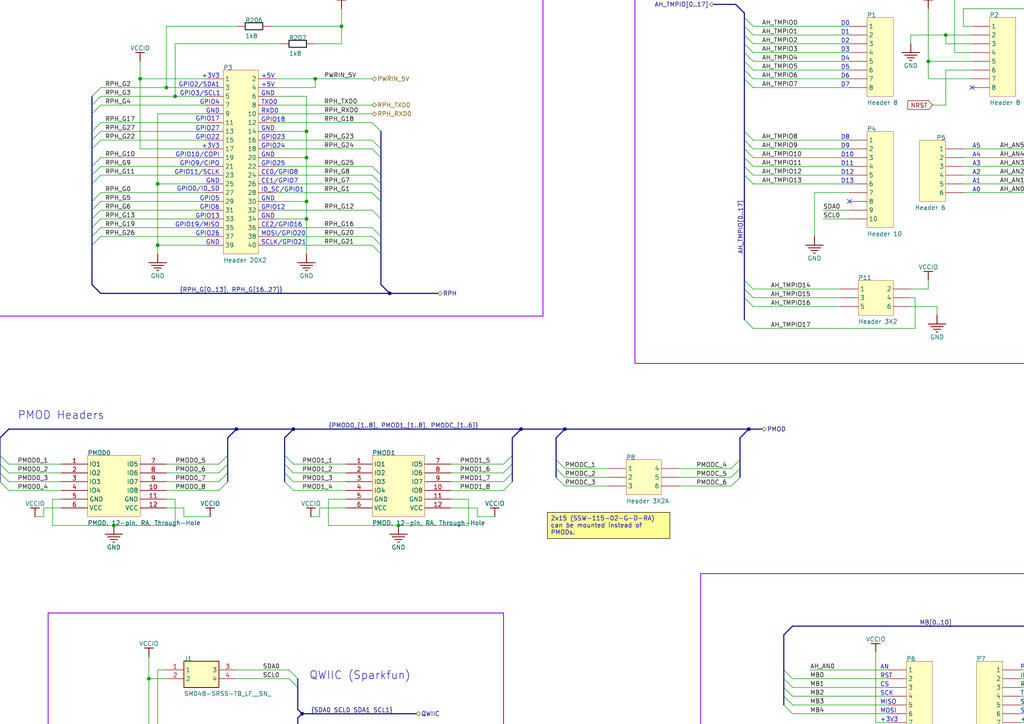
<source format=kicad_sch>
(kicad_sch (version 20231120) (generator "eeschema") (generator_version "8.0")
  (paper "A4")
  (title_block (title "<Enter Sheet Title>"))
  (junction (at 45.72 53.34))
  (junction (at 40.64 22.86))
  (junction (at 45.72 71.12))
  (junction (at 269.24 17.78))
  (junction (at 45.72 217.17))
  (junction (at 113.03 85.09))
  (junction (at 274.32 10.16))
  (junction (at 302.26 2.54))
  (junction (at 88.9 58.42))
  (junction (at 217.17 124.46))
  (junction (at 151.13 124.46))
  (junction (at 341.63 196.85))
  (junction (at 163.83 124.46))
  (junction (at 115.57 152.4))
  (junction (at 99.06 7.62))
  (junction (at 88.9 45.72))
  (junction (at 328.93 181.61))
  (junction (at 91.44 22.86))
  (junction (at 87.63 207.01))
  (junction (at 85.09 124.46))
  (junction (at 48.26 25.4))
  (junction (at 43.18 196.85))
  (junction (at 68.58 124.46))
  (junction (at 50.8 27.94))
  (junction (at 88.9 38.1))
  (junction (at 33.02 152.4))
  (junction (at 88.9 63.5))
  (no_connect (at 281.94 25.4))
  (no_connect (at 246.38 58.42))
  (bus_entry (at 215.9 5.08) (size 2.54 2.54))
  (bus_entry (at 472.44 207.01) (size 2.54 -2.54))
  (bus_entry (at 212.09 138.43) (size 2.54 -2.54))
  (bus_entry (at 29.21 58.42) (size -2.54 2.54))
  (bus_entry (at 107.95 50.8) (size 2.54 2.54))
  (bus_entry (at 107.95 68.58) (size 2.54 2.54))
  (bus_entry (at 297.18 48.26) (size 2.54 -2.54))
  (bus_entry (at 323.85 194.31) (size 2.54 -2.54))
  (bus_entry (at 297.18 50.8) (size 2.54 -2.54))
  (bus_entry (at 472.44 199.39) (size 2.54 -2.54))
  (bus_entry (at 215.9 45.72) (size 2.54 2.54))
  (bus_entry (at 63.5 134.62) (size 2.54 -2.54))
  (bus_entry (at 416.56 196.85) (size 2.54 2.54))
  (bus_entry (at 83.82 194.31) (size 2.54 2.54))
  (bus_entry (at 212.09 135.89) (size 2.54 -2.54))
  (bus_entry (at 146.05 139.7) (size 2.54 -2.54))
  (bus_entry (at 416.56 199.39) (size 2.54 2.54))
  (bus_entry (at 215.9 48.26) (size 2.54 2.54))
  (bus_entry (at 29.21 38.1) (size -2.54 2.54))
  (bus_entry (at 227.33 199.39) (size 2.54 2.54))
  (bus_entry (at 107.95 60.96) (size 2.54 2.54))
  (bus_entry (at 472.44 201.93) (size 2.54 -2.54))
  (bus_entry (at 215.9 92.71) (size 2.54 2.54))
  (bus_entry (at 215.9 17.78) (size 2.54 2.54))
  (bus_entry (at 107.95 55.88) (size 2.54 2.54))
  (bus_entry (at 297.18 53.34) (size 2.54 -2.54))
  (bus_entry (at 215.9 43.18) (size 2.54 2.54))
  (bus_entry (at 163.83 138.43) (size -2.54 -2.54))
  (bus_entry (at 297.18 55.88) (size 2.54 -2.54))
  (bus_entry (at 85.09 134.62) (size -2.54 -2.54))
  (bus_entry (at 416.56 204.47) (size 2.54 2.54))
  (bus_entry (at 107.95 40.64) (size 2.54 2.54))
  (bus_entry (at 215.9 12.7) (size 2.54 2.54))
  (bus_entry (at 323.85 196.85) (size 2.54 -2.54))
  (bus_entry (at 2.54 134.62) (size -2.54 -2.54))
  (bus_entry (at 215.9 50.8) (size 2.54 2.54))
  (bus_entry (at 163.83 135.89) (size -2.54 -2.54))
  (bus_entry (at 107.95 48.26) (size 2.54 2.54))
  (bus_entry (at 29.21 30.48) (size -2.54 2.54))
  (bus_entry (at 107.95 35.56) (size 2.54 2.54))
  (bus_entry (at 83.82 217.17) (size 2.54 -2.54))
  (bus_entry (at 29.21 66.04) (size -2.54 2.54))
  (bus_entry (at 85.09 142.24) (size -2.54 -2.54))
  (bus_entry (at 29.21 68.58) (size -2.54 2.54))
  (bus_entry (at 107.95 71.12) (size 2.54 2.54))
  (bus_entry (at 29.21 27.94) (size -2.54 2.54))
  (bus_entry (at 29.21 63.5) (size -2.54 2.54))
  (bus_entry (at 107.95 53.34) (size 2.54 2.54))
  (bus_entry (at 215.9 10.16) (size 2.54 2.54))
  (bus_entry (at 227.33 201.93) (size 2.54 2.54))
  (bus_entry (at 63.5 142.24) (size 2.54 -2.54))
  (bus_entry (at 85.09 137.16) (size -2.54 -2.54))
  (bus_entry (at 63.5 137.16) (size 2.54 -2.54))
  (bus_entry (at 215.9 15.24) (size 2.54 2.54))
  (bus_entry (at 215.9 83.82) (size 2.54 2.54))
  (bus_entry (at 63.5 139.7) (size 2.54 -2.54))
  (bus_entry (at 472.44 204.47) (size 2.54 -2.54))
  (bus_entry (at 215.9 22.86) (size 2.54 2.54))
  (bus_entry (at 29.21 35.56) (size -2.54 2.54))
  (bus_entry (at 107.95 66.04) (size 2.54 2.54))
  (bus_entry (at 85.09 139.7) (size -2.54 -2.54))
  (bus_entry (at 416.56 201.93) (size 2.54 2.54))
  (bus_entry (at 29.21 40.64) (size -2.54 2.54))
  (bus_entry (at 2.54 139.7) (size -2.54 -2.54))
  (bus_entry (at 227.33 196.85) (size 2.54 2.54))
  (bus_entry (at 215.9 38.1) (size 2.54 2.54))
  (bus_entry (at 2.54 142.24) (size -2.54 -2.54))
  (bus_entry (at 29.21 60.96) (size -2.54 2.54))
  (bus_entry (at 163.83 140.97) (size -2.54 -2.54))
  (bus_entry (at 29.21 50.8) (size -2.54 2.54))
  (bus_entry (at 146.05 142.24) (size 2.54 -2.54))
  (bus_entry (at 146.05 137.16) (size 2.54 -2.54))
  (bus_entry (at 29.21 48.26) (size -2.54 2.54))
  (bus_entry (at 215.9 86.36) (size 2.54 2.54))
  (bus_entry (at 146.05 134.62) (size 2.54 -2.54))
  (bus_entry (at 29.21 55.88) (size -2.54 2.54))
  (bus_entry (at 107.95 43.18) (size 2.54 2.54))
  (bus_entry (at 215.9 40.64) (size 2.54 2.54))
  (bus_entry (at 297.18 43.18) (size 2.54 -2.54))
  (bus_entry (at 29.21 25.4) (size -2.54 2.54))
  (bus_entry (at 212.09 140.97) (size 2.54 -2.54))
  (bus_entry (at 323.85 199.39) (size 2.54 -2.54))
  (bus_entry (at 297.18 45.72) (size 2.54 -2.54))
  (bus_entry (at 323.85 201.93) (size 2.54 -2.54))
  (bus_entry (at 227.33 194.31) (size 2.54 2.54))
  (bus_entry (at 83.82 196.85) (size 2.54 2.54))
  (bus_entry (at 83.82 219.71) (size 2.54 -2.54))
  (bus_entry (at 215.9 7.62) (size 2.54 2.54))
  (bus_entry (at 2.54 137.16) (size -2.54 -2.54))
  (bus_entry (at 227.33 204.47) (size 2.54 2.54))
  (bus_entry (at 215.9 81.28) (size 2.54 2.54))
  (bus_entry (at 29.21 45.72) (size -2.54 2.54))
  (bus_entry (at 215.9 20.32) (size 2.54 2.54))
  (wire (pts (xy 29.21 58.42) (xy 59.69 58.42)))
  (wire (pts (xy 337.82 2.54) (xy 332.74 2.54)))
  (bus (pts (xy 110.49 82.55) (xy 113.03 85.09)))
  (bus (pts (xy 26.67 71.12) (xy 26.67 82.55)))
  (wire (pts (xy 17.78 134.62) (xy 2.54 134.62)))
  (bus (pts (xy 215.9 81.28) (xy 215.9 83.82)))
  (wire (pts (xy 246.38 10.16) (xy 218.44 10.16)))
  (wire (pts (xy 257.81 201.93) (xy 229.87 201.93)))
  (wire (pts (xy 29.21 48.26) (xy 59.69 48.26)))
  (wire (pts (xy 246.38 45.72) (xy 218.44 45.72)))
  (wire (pts (xy 48.26 139.7) (xy 63.5 139.7)))
  (bus (pts (xy 302.26 34.29) (xy 318.77 34.29)))
  (wire (pts (xy 264.16 86.36) (xy 265.43 86.36)))
  (bus (pts (xy 215.9 22.86) (xy 215.9 38.1)))
  (wire (pts (xy 17.78 142.24) (xy 2.54 142.24)))
  (wire (pts (xy 17.78 147.32) (xy 12.7 147.32)))
  (wire (pts (xy 434.34 207.01) (xy 419.1 207.01)))
  (wire (pts (xy 78.74 7.62) (xy 99.06 7.62)))
  (bus (pts (xy 215.9 40.64) (xy 215.9 43.18)))
  (bus (pts (xy 326.39 196.85) (xy 326.39 194.31)))
  (bus (pts (xy 86.36 205.74) (xy 87.63 207.01)))
  (wire (pts (xy 45.72 33.02) (xy 59.69 33.02)))
  (wire (pts (xy 279.4 43.18) (xy 297.18 43.18)))
  (wire (pts (xy 257.81 199.39) (xy 229.87 199.39)))
  (bus (pts (xy 26.67 40.64) (xy 26.67 43.18)))
  (wire (pts (xy 254 209.55) (xy 254 189.23)))
  (bus (pts (xy 148.59 134.62) (xy 148.59 132.08)))
  (wire (pts (xy 234.95 194.31) (xy 257.81 194.31)))
  (wire (pts (xy 331.47 217.17) (xy 336.55 217.17)))
  (wire (pts (xy 115.57 152.4) (xy 135.89 152.4)))
  (bus (pts (xy 213.36 1.27) (xy 215.9 3.81)))
  (bus (pts (xy 110.49 43.18) (xy 110.49 45.72)))
  (bus (pts (xy 86.36 196.85) (xy 86.36 199.39)))
  (wire (pts (xy 43.18 196.85) (xy 48.26 196.85)))
  (bus (pts (xy 148.59 139.7) (xy 148.59 137.16)))
  (wire (pts (xy 196.85 140.97) (xy 212.09 140.97)))
  (wire (pts (xy 12.7 147.32) (xy 12.7 149.86)))
  (wire (pts (xy 336.55 201.93) (xy 336.55 196.85)))
  (wire (pts (xy 257.81 209.55) (xy 254 209.55)))
  (bus (pts (xy 26.67 48.26) (xy 26.67 50.8)))
  (wire (pts (xy 99.06 7.62) (xy 99.06 2.54)))
  (bus (pts (xy 110.49 68.58) (xy 110.49 71.12)))
  (bus (pts (xy 161.29 133.35) (xy 161.29 127)))
  (wire (pts (xy 29.21 30.48) (xy 59.69 30.48)))
  (wire (pts (xy 243.84 86.36) (xy 218.44 86.36)))
  (wire (pts (xy 80.01 55.88) (xy 107.95 55.88)))
  (wire (pts (xy 264.16 83.82) (xy 269.24 83.82)))
  (wire (pts (xy 40.64 22.86) (xy 40.64 17.78)))
  (wire (pts (xy 281.94 15.24) (xy 276.86 15.24)))
  (wire (pts (xy 45.72 217.17) (xy 45.72 222.25)))
  (bus (pts (xy 110.49 38.1) (xy 110.49 43.18)))
  (wire (pts (xy 50.8 144.78) (xy 48.26 144.78)))
  (bus (pts (xy 26.67 68.58) (xy 26.67 71.12)))
  (bus (pts (xy 26.67 82.55) (xy 29.21 85.09)))
  (wire (pts (xy 454.66 199.39) (xy 472.44 199.39)))
  (bus (pts (xy 66.04 137.16) (xy 66.04 134.62)))
  (wire (pts (xy 279.4 48.26) (xy 297.18 48.26)))
  (bus (pts (xy 66.04 139.7) (xy 66.04 137.16)))
  (bus (pts (xy 326.39 184.15) (xy 328.93 181.61)))
  (bus (pts (xy 86.36 208.28) (xy 87.63 207.01)))
  (wire (pts (xy 80.01 68.58) (xy 107.95 68.58)))
  (wire (pts (xy 29.21 60.96) (xy 59.69 60.96)))
  (wire (pts (xy 269.24 83.82) (xy 269.24 81.28)))
  (wire (pts (xy 80.01 35.56) (xy 107.95 35.56)))
  (bus (pts (xy 214.63 133.35) (xy 214.63 127)))
  (wire (pts (xy 29.21 40.64) (xy 59.69 40.64)))
  (bus (pts (xy 215.9 86.36) (xy 215.9 92.71)))
  (wire (pts (xy 271.78 88.9) (xy 271.78 91.44)))
  (wire (pts (xy 276.86 15.24) (xy 276.86 -2.54)))
  (bus (pts (xy 26.67 38.1) (xy 26.67 40.64)))
  (wire (pts (xy 246.38 7.62) (xy 218.44 7.62)))
  (bus (pts (xy 474.98 201.93) (xy 474.98 199.39)))
  (bus (pts (xy 148.59 132.08) (xy 148.59 127)))
  (bus (pts (xy 0 139.7) (xy 0 137.16)))
  (wire (pts (xy 100.33 142.24) (xy 85.09 142.24)))
  (wire (pts (xy 29.21 68.58) (xy 59.69 68.58)))
  (wire (pts (xy 95.25 144.78) (xy 100.33 144.78)))
  (bus (pts (xy 110.49 45.72) (xy 110.49 50.8)))
  (wire (pts (xy 279.4 2.54) (xy 302.26 2.54)))
  (wire (pts (xy 243.84 88.9) (xy 218.44 88.9)))
  (wire (pts (xy 303.53 212.09) (xy 303.53 214.63)))
  (bus (pts (xy 0 132.08) (xy 0 127)))
  (wire (pts (xy 295.91 196.85) (xy 323.85 196.85)))
  (wire (pts (xy 68.58 194.31) (xy 83.82 194.31)))
  (wire (pts (xy 50.8 27.94) (xy 59.69 27.94)))
  (bus (pts (xy 110.49 55.88) (xy 110.49 58.42)))
  (wire (pts (xy 196.85 138.43) (xy 212.09 138.43)))
  (bus (pts (xy 26.67 58.42) (xy 26.67 60.96)))
  (bus (pts (xy 110.49 71.12) (xy 110.49 73.66)))
  (bus (pts (xy 214.63 138.43) (xy 214.63 135.89)))
  (wire (pts (xy 295.91 207.01) (xy 328.93 207.01)))
  (wire (pts (xy 48.26 142.24) (xy 63.5 142.24)))
  (wire (pts (xy 88.9 45.72) (xy 88.9 58.42)))
  (wire (pts (xy 45.72 33.02) (xy 45.72 53.34)))
  (wire (pts (xy 295.91 212.09) (xy 303.53 212.09)))
  (wire (pts (xy 279.4 55.88) (xy 297.18 55.88)))
  (bus (pts (xy 87.63 207.01) (xy 120.65 207.01)))
  (wire (pts (xy 176.53 138.43) (xy 163.83 138.43)))
  (wire (pts (xy 295.91 209.55) (xy 323.85 209.55)))
  (wire (pts (xy 48.26 194.31) (xy 45.72 194.31)))
  (wire (pts (xy 12.7 149.86) (xy 10.16 149.86)))
  (bus (pts (xy 227.33 199.39) (xy 227.33 196.85)))
  (bus (pts (xy 378.46 191.77) (xy 414.02 191.77)))
  (wire (pts (xy 279.4 45.72) (xy 297.18 45.72)))
  (wire (pts (xy 281.94 7.62) (xy 279.4 7.62)))
  (bus (pts (xy 215.9 38.1) (xy 215.9 40.64)))
  (bus (pts (xy 477.52 191.77) (xy 516.89 191.77)))
  (wire (pts (xy 100.33 137.16) (xy 85.09 137.16)))
  (wire (pts (xy 331.47 204.47) (xy 331.47 217.17)))
  (bus (pts (xy 161.29 127) (xy 163.83 124.46)))
  (wire (pts (xy 88.9 63.5) (xy 88.9 73.66)))
  (wire (pts (xy 130.81 134.62) (xy 146.05 134.62)))
  (wire (pts (xy 246.38 43.18) (xy 218.44 43.18)))
  (wire (pts (xy 274.32 12.7) (xy 274.32 10.16)))
  (bus (pts (xy 215.9 5.08) (xy 215.9 7.62)))
  (wire (pts (xy 99.06 12.7) (xy 99.06 7.62)))
  (wire (pts (xy 246.38 40.64) (xy 218.44 40.64)))
  (bus (pts (xy 66.04 134.62) (xy 66.04 132.08)))
  (wire (pts (xy 332.74 2.54) (xy 332.74 -2.54)))
  (wire (pts (xy 17.78 137.16) (xy 2.54 137.16)))
  (bus (pts (xy 215.9 50.8) (xy 215.9 81.28)))
  (wire (pts (xy 40.64 43.18) (xy 59.69 43.18)))
  (wire (pts (xy 130.81 147.32) (xy 138.43 147.32)))
  (bus (pts (xy 215.9 45.72) (xy 215.9 48.26)))
  (wire (pts (xy 454.66 204.47) (xy 472.44 204.47)))
  (wire (pts (xy 53.34 149.86) (xy 60.96 149.86)))
  (bus (pts (xy 227.33 196.85) (xy 227.33 194.31)))
  (wire (pts (xy 332.74 7.62) (xy 332.74 10.16)))
  (bus (pts (xy 148.59 137.16) (xy 148.59 134.62)))
  (wire (pts (xy 17.78 144.78) (xy 15.24 144.78)))
  (wire (pts (xy 91.44 12.7) (xy 99.06 12.7)))
  (wire (pts (xy 236.22 55.88) (xy 236.22 68.58)))
  (wire (pts (xy 68.58 217.17) (xy 83.82 217.17)))
  (wire (pts (xy 80.01 63.5) (xy 88.9 63.5)))
  (wire (pts (xy 135.89 144.78) (xy 130.81 144.78)))
  (bus (pts (xy 0 127) (xy 2.54 124.46)))
  (wire (pts (xy 48.26 7.62) (xy 48.26 25.4)))
  (wire (pts (xy 269.24 17.78) (xy 269.24 2.54)))
  (wire (pts (xy 274.32 30.48) (xy 270.51 30.48)))
  (wire (pts (xy 15.24 144.78) (xy 15.24 152.4)))
  (bus (pts (xy 110.49 50.8) (xy 110.49 53.34)))
  (wire (pts (xy 138.43 147.32) (xy 138.43 149.86)))
  (wire (pts (xy 279.4 50.8) (xy 297.18 50.8)))
  (bus (pts (xy 26.67 33.02) (xy 26.67 38.1)))
  (bus (pts (xy 148.59 127) (xy 151.13 124.46)))
  (bus (pts (xy 82.55 134.62) (xy 82.55 137.16)))
  (wire (pts (xy 88.9 58.42) (xy 88.9 63.5)))
  (bus (pts (xy 416.56 199.39) (xy 416.56 196.85)))
  (bus (pts (xy 26.67 30.48) (xy 26.67 33.02)))
  (wire (pts (xy 346.71 196.85) (xy 346.71 201.93)))
  (wire (pts (xy 279.4 7.62) (xy 279.4 2.54)))
  (wire (pts (xy 59.69 71.12) (xy 45.72 71.12)))
  (wire (pts (xy 80.01 30.48) (xy 107.95 30.48)))
  (wire (pts (xy 269.24 22.86) (xy 269.24 17.78)))
  (bus (pts (xy 215.9 48.26) (xy 215.9 50.8)))
  (bus (pts (xy 215.9 43.18) (xy 215.9 45.72)))
  (bus (pts (xy 86.36 214.63) (xy 86.36 208.28)))
  (wire (pts (xy 274.32 20.32) (xy 274.32 30.48)))
  (wire (pts (xy 29.21 66.04) (xy 59.69 66.04)))
  (wire (pts (xy 246.38 53.34) (xy 218.44 53.34)))
  (wire (pts (xy 40.64 22.86) (xy 40.64 43.18)))
  (bus (pts (xy 86.36 199.39) (xy 86.36 205.74)))
  (wire (pts (xy 336.55 196.85) (xy 341.63 196.85)))
  (bus (pts (xy 299.72 40.64) (xy 299.72 36.83)))
  (bus (pts (xy 110.49 58.42) (xy 110.49 63.5)))
  (bus (pts (xy 26.67 43.18) (xy 26.67 48.26)))
  (bus (pts (xy 82.55 127) (xy 82.55 132.08)))
  (wire (pts (xy 92.71 147.32) (xy 92.71 149.86)))
  (wire (pts (xy 246.38 48.26) (xy 218.44 48.26)))
  (wire (pts (xy 48.26 134.62) (xy 63.5 134.62)))
  (wire (pts (xy 332.74 10.16) (xy 302.26 10.16)))
  (wire (pts (xy 115.57 152.4) (xy 95.25 152.4)))
  (wire (pts (xy 246.38 25.4) (xy 218.44 25.4)))
  (wire (pts (xy 53.34 147.32) (xy 53.34 149.86)))
  (wire (pts (xy 138.43 149.86) (xy 143.51 149.86)))
  (wire (pts (xy 274.32 10.16) (xy 264.16 10.16)))
  (wire (pts (xy 29.21 50.8) (xy 59.69 50.8)))
  (wire (pts (xy 29.21 38.1) (xy 59.69 38.1)))
  (wire (pts (xy 246.38 20.32) (xy 218.44 20.32)))
  (bus (pts (xy 82.55 127) (xy 85.09 124.46)))
  (bus (pts (xy 163.83 124.46) (xy 217.17 124.46)))
  (wire (pts (xy 246.38 17.78) (xy 218.44 17.78)))
  (wire (pts (xy 80.01 40.64) (xy 107.95 40.64)))
  (bus (pts (xy 26.67 27.94) (xy 26.67 30.48)))
  (bus (pts (xy 66.04 127) (xy 68.58 124.46)))
  (wire (pts (xy 68.58 196.85) (xy 83.82 196.85)))
  (bus (pts (xy 227.33 184.15) (xy 229.87 181.61)))
  (wire (pts (xy 80.01 50.8) (xy 107.95 50.8)))
  (wire (pts (xy 257.81 204.47) (xy 229.87 204.47)))
  (wire (pts (xy 100.33 134.62) (xy 85.09 134.62)))
  (wire (pts (xy 254 212.09) (xy 254 217.17)))
  (wire (pts (xy 246.38 12.7) (xy 218.44 12.7)))
  (wire (pts (xy 80.01 71.12) (xy 107.95 71.12)))
  (bus (pts (xy 29.21 85.09) (xy 113.03 85.09)))
  (wire (pts (xy 80.01 60.96) (xy 107.95 60.96)))
  (wire (pts (xy 434.34 199.39) (xy 419.1 199.39)))
  (wire (pts (xy 135.89 152.4) (xy 135.89 144.78)))
  (wire (pts (xy 327.66 -2.54) (xy 327.66 5.08)))
  (bus (pts (xy 474.98 196.85) (xy 474.98 194.31)))
  (wire (pts (xy 281.94 12.7) (xy 274.32 12.7)))
  (wire (pts (xy 48.26 137.16) (xy 63.5 137.16)))
  (wire (pts (xy 45.72 53.34) (xy 45.72 71.12)))
  (bus (pts (xy 299.72 50.8) (xy 299.72 48.26)))
  (bus (pts (xy 299.72 53.34) (xy 299.72 50.8)))
  (wire (pts (xy 265.43 86.36) (xy 265.43 95.25)))
  (bus (pts (xy 161.29 138.43) (xy 161.29 135.89)))
  (wire (pts (xy 295.91 199.39) (xy 323.85 199.39)))
  (bus (pts (xy 215.9 7.62) (xy 215.9 10.16)))
  (bus (pts (xy 110.49 63.5) (xy 110.49 68.58)))
  (bus (pts (xy 110.49 73.66) (xy 110.49 82.55)))
  (wire (pts (xy 218.44 95.25) (xy 265.43 95.25)))
  (bus (pts (xy 26.67 66.04) (xy 26.67 68.58)))
  (bus (pts (xy 0 137.16) (xy 0 134.62)))
  (wire (pts (xy 281.94 10.16) (xy 274.32 10.16)))
  (wire (pts (xy 48.26 7.62) (xy 68.58 7.62)))
  (wire (pts (xy 130.81 142.24) (xy 146.05 142.24)))
  (wire (pts (xy 80.01 25.4) (xy 91.44 25.4)))
  (wire (pts (xy 45.72 71.12) (xy 45.72 73.66)))
  (wire (pts (xy 257.81 207.01) (xy 229.87 207.01)))
  (bus (pts (xy 326.39 191.77) (xy 326.39 184.15)))
  (wire (pts (xy 80.01 43.18) (xy 107.95 43.18)))
  (wire (pts (xy 48.26 25.4) (xy 59.69 25.4)))
  (bus (pts (xy 416.56 196.85) (xy 416.56 194.31)))
  (wire (pts (xy 295.91 204.47) (xy 331.47 204.47)))
  (bus (pts (xy 227.33 184.15) (xy 227.33 194.31)))
  (bus (pts (xy 326.39 199.39) (xy 326.39 196.85)))
  (wire (pts (xy 92.71 149.86) (xy 90.17 149.86)))
  (bus (pts (xy 207.01 1.27) (xy 213.36 1.27)))
  (wire (pts (xy 29.21 27.94) (xy 50.8 27.94)))
  (bus (pts (xy 215.9 15.24) (xy 215.9 17.78)))
  (wire (pts (xy 434.34 204.47) (xy 419.1 204.47)))
  (bus (pts (xy 416.56 194.31) (xy 414.02 191.77)))
  (bus (pts (xy 299.72 45.72) (xy 299.72 43.18)))
  (bus (pts (xy 217.17 124.46) (xy 220.98 124.46)))
  (wire (pts (xy 341.63 196.85) (xy 346.71 196.85)))
  (wire (pts (xy 29.21 63.5) (xy 59.69 63.5)))
  (wire (pts (xy 50.8 12.7) (xy 50.8 27.94)))
  (wire (pts (xy 59.69 53.34) (xy 45.72 53.34)))
  (wire (pts (xy 281.94 20.32) (xy 274.32 20.32)))
  (bus (pts (xy 161.29 135.89) (xy 161.29 133.35)))
  (wire (pts (xy 48.26 219.71) (xy 43.18 219.71)))
  (wire (pts (xy 15.24 152.4) (xy 33.02 152.4)))
  (wire (pts (xy 80.01 53.34) (xy 107.95 53.34)))
  (bus (pts (xy 229.87 181.61) (xy 328.93 181.61)))
  (bus (pts (xy 215.9 83.82) (xy 215.9 86.36)))
  (bus (pts (xy 82.55 132.08) (xy 82.55 134.62)))
  (wire (pts (xy 327.66 5.08) (xy 337.82 5.08)))
  (wire (pts (xy 434.34 201.93) (xy 419.1 201.93)))
  (wire (pts (xy 176.53 140.97) (xy 163.83 140.97)))
  (wire (pts (xy 80.01 58.42) (xy 88.9 58.42)))
  (bus (pts (xy 26.67 60.96) (xy 26.67 63.5)))
  (bus (pts (xy 151.13 124.46) (xy 163.83 124.46)))
  (wire (pts (xy 29.21 35.56) (xy 59.69 35.56)))
  (bus (pts (xy 215.9 17.78) (xy 215.9 20.32)))
  (wire (pts (xy 246.38 50.8) (xy 218.44 50.8)))
  (bus (pts (xy 0 134.62) (xy 0 132.08)))
  (wire (pts (xy 196.85 135.89) (xy 212.09 135.89)))
  (wire (pts (xy 454.66 207.01) (xy 472.44 207.01)))
  (wire (pts (xy 43.18 196.85) (xy 43.18 219.71)))
  (wire (pts (xy 295.91 201.93) (xy 323.85 201.93)))
  (wire (pts (xy 246.38 55.88) (xy 236.22 55.88)))
  (wire (pts (xy 80.01 66.04) (xy 107.95 66.04)))
  (wire (pts (xy 88.9 27.94) (xy 88.9 38.1)))
  (wire (pts (xy 264.16 10.16) (xy 264.16 12.7)))
  (wire (pts (xy 80.01 48.26) (xy 107.95 48.26)))
  (wire (pts (xy 346.71 219.71) (xy 346.71 212.09)))
  (wire (pts (xy 130.81 139.7) (xy 146.05 139.7)))
  (wire (pts (xy 281.94 22.86) (xy 269.24 22.86)))
  (wire (pts (xy 336.55 217.17) (xy 336.55 212.09)))
  (bus (pts (xy 299.72 36.83) (xy 302.26 34.29)))
  (bus (pts (xy 66.04 132.08) (xy 66.04 127)))
  (wire (pts (xy 246.38 15.24) (xy 218.44 15.24)))
  (wire (pts (xy 100.33 147.32) (xy 92.71 147.32)))
  (bus (pts (xy 215.9 20.32) (xy 215.9 22.86)))
  (wire (pts (xy 302.26 10.16) (xy 302.26 2.54)))
  (wire (pts (xy 257.81 212.09) (xy 254 212.09)))
  (bus (pts (xy 2.54 124.46) (xy 68.58 124.46)))
  (wire (pts (xy 80.01 22.86) (xy 91.44 22.86)))
  (wire (pts (xy 48.26 217.17) (xy 45.72 217.17)))
  (bus (pts (xy 299.72 43.18) (xy 299.72 40.64)))
  (bus (pts (xy 214.63 135.89) (xy 214.63 133.35)))
  (wire (pts (xy 328.93 219.71) (xy 346.71 219.71)))
  (wire (pts (xy 281.94 17.78) (xy 269.24 17.78)))
  (wire (pts (xy 337.82 7.62) (xy 332.74 7.62)))
  (wire (pts (xy 50.8 152.4) (xy 50.8 144.78)))
  (wire (pts (xy 176.53 135.89) (xy 163.83 135.89)))
  (bus (pts (xy 26.67 50.8) (xy 26.67 53.34)))
  (bus (pts (xy 474.98 194.31) (xy 477.52 191.77)))
  (wire (pts (xy 328.93 207.01) (xy 328.93 219.71)))
  (wire (pts (xy 246.38 22.86) (xy 218.44 22.86)))
  (wire (pts (xy 100.33 139.7) (xy 85.09 139.7)))
  (wire (pts (xy 302.26 2.54) (xy 311.15 2.54)))
  (wire (pts (xy 29.21 25.4) (xy 48.26 25.4)))
  (bus (pts (xy 326.39 194.31) (xy 326.39 191.77)))
  (wire (pts (xy 68.58 219.71) (xy 83.82 219.71)))
  (wire (pts (xy 80.01 33.02) (xy 107.95 33.02)))
  (bus (pts (xy 86.36 217.17) (xy 86.36 214.63)))
  (wire (pts (xy 454.66 201.93) (xy 472.44 201.93)))
  (wire (pts (xy 33.02 152.4) (xy 50.8 152.4)))
  (bus (pts (xy 82.55 137.16) (xy 82.55 139.7)))
  (bus (pts (xy 416.56 201.93) (xy 416.56 199.39)))
  (wire (pts (xy 238.76 60.96) (xy 246.38 60.96)))
  (bus (pts (xy 474.98 199.39) (xy 474.98 196.85)))
  (wire (pts (xy 50.8 12.7) (xy 81.28 12.7)))
  (bus (pts (xy 215.9 10.16) (xy 215.9 12.7)))
  (wire (pts (xy 88.9 38.1) (xy 88.9 45.72)))
  (wire (pts (xy 279.4 53.34) (xy 297.18 53.34)))
  (bus (pts (xy 474.98 204.47) (xy 474.98 201.93)))
  (bus (pts (xy 328.93 181.61) (xy 335.28 181.61)))
  (bus (pts (xy 214.63 127) (xy 217.17 124.46)))
  (wire (pts (xy 257.81 196.85) (xy 229.87 196.85)))
  (bus (pts (xy 110.49 53.34) (xy 110.49 55.88)))
  (bus (pts (xy 227.33 201.93) (xy 227.33 199.39)))
  (wire (pts (xy 29.21 45.72) (xy 59.69 45.72)))
  (bus (pts (xy 215.9 12.7) (xy 215.9 15.24)))
  (wire (pts (xy 91.44 22.86) (xy 107.95 22.86)))
  (bus (pts (xy 26.67 63.5) (xy 26.67 66.04)))
  (wire (pts (xy 43.18 190.5) (xy 43.18 196.85)))
  (wire (pts (xy 238.76 63.5) (xy 246.38 63.5)))
  (wire (pts (xy 48.26 147.32) (xy 53.34 147.32)))
  (wire (pts (xy 295.91 194.31) (xy 323.85 194.31)))
  (wire (pts (xy 29.21 55.88) (xy 59.69 55.88)))
  (wire (pts (xy 264.16 88.9) (xy 271.78 88.9)))
  (wire (pts (xy 45.72 194.31) (xy 45.72 217.17)))
  (wire (pts (xy 276.86 -2.54) (xy 327.66 -2.54)))
  (bus (pts (xy 227.33 204.47) (xy 227.33 201.93)))
  (wire (pts (xy 40.64 22.86) (xy 59.69 22.86)))
  (bus (pts (xy 26.67 53.34) (xy 26.67 58.42)))
  (wire (pts (xy 17.78 139.7) (xy 2.54 139.7)))
  (bus (pts (xy 68.58 124.46) (xy 85.09 124.46)))
  (bus (pts (xy 215.9 3.81) (xy 215.9 5.08)))
  (bus (pts (xy 113.03 85.09) (xy 127 85.09)))
  (wire (pts (xy 80.01 45.72) (xy 88.9 45.72)))
  (bus (pts (xy 85.09 124.46) (xy 151.13 124.46)))
  (wire (pts (xy 243.84 83.82) (xy 218.44 83.82)))
  (bus (pts (xy 416.56 204.47) (xy 416.56 201.93)))
  (wire (pts (xy 91.44 22.86) (xy 91.44 25.4)))
  (wire (pts (xy 130.81 137.16) (xy 146.05 137.16)))
  (bus (pts (xy 299.72 48.26) (xy 299.72 45.72)))
  (wire (pts (xy 80.01 27.94) (xy 88.9 27.94)))
  (wire (pts (xy 95.25 152.4) (xy 95.25 144.78)))
  (wire (pts (xy 80.01 38.1) (xy 88.9 38.1)))
  (rectangle (start -31.75 -4.826) (end 157.48 91.694) (stroke (width 0.254) (color 153 0 255 1)))
  (rectangle (start 13.97 177.8) (end 146.05 240.03) (stroke (width 0.254) (color 153 0 255 1)))
  (rectangle (start 203.2 166.37) (end 379.73 236.22) (stroke (width 0.254) (color 153 0 255 1)))
  (rectangle (start 184.15 -9.906) (end 371.348 105.41) (stroke (width 0.254) (color 153 0 255 1)))
  (text_box "Jumpers serial to FTDI, or use to breakout extra serial." (at 417.83 214.63 0) (size 55.88 7.62) (stroke (width 0) (color 0 0 0 1)) (fill (type color) (color 255 255 150 1)) (effects (font (size 1.27 1.27)) (justify left top)))
  (text_box "2x15 (SSW-115-02-G-D-RA) can be mounted instead of PMODs." (at 158.75 148.59 0) (size 35.56 7.62) (stroke (width 0) (color 0 0 0 1)) (fill (type color) (color 255 255 150 1)) (effects (font (size 1.27 1.27)) (justify left top)))
  (text_box "Some shields use +5V as I/O power instead of VIO. By default board puts 3.3V on 5V. User must change jumper if shield needs 5V, but still gives 3.3V I/O voltage (some do)." (at 366.268 12.954 0) (size -63.5 10.16) (stroke (width 0) (color 0 0 0 1)) (fill (type color) (color 255 255 150 1)) (effects (font (size 1.27 1.27)) (justify left top)))
  (text "GPIO4" (at 63.754 30.48 0) (effects (font (size 1.27 1.27)) (justify right bottom)))
  (text "+3V3" (at 63.754 22.86 0) (effects (font (size 1.27 1.27)) (justify right bottom)))
  (text "A5" (at 284.48 43.18 0) (effects (font (size 1.27 1.27)) (justify right bottom)))
  (text "TX" (at 295.91 201.93 0) (effects (font (size 1.27 1.27)) (justify left bottom)))
  (text "GPIO26" (at 63.754 68.58 0) (effects (font (size 1.27 1.27)) (justify right bottom)))
  (text "SDA" (at 295.91 207.01 0) (effects (font (size 1.27 1.27)) (justify left bottom)))
  (text "TXD0" (at 75.692 30.48 0) (effects (font (size 1.27 1.27)) (justify left bottom)))
  (text "D2" (at 243.84 12.7 0) (effects (font (size 1.27 1.27)) (justify left bottom)))
  (text "RST" (at 255.27 196.85 0) (effects (font (size 1.27 1.27)) (justify left bottom)))
  (text "+3V3" (at 255.27 209.55 0) (effects (font (size 1.27 1.27)) (justify left bottom)))
  (text "GPIO5" (at 63.754 58.42 0) (effects (font (size 1.27 1.27)) (justify right bottom)))
  (text "GND" (at 75.692 27.94 0) (effects (font (size 1.27 1.27)) (justify left bottom)))
  (text "GPIO9/CIPO" (at 63.754 48.26 0) (effects (font (size 1.27 1.27)) (justify right bottom)))
  (text "SCL" (at 295.91 204.47 0) (effects (font (size 1.27 1.27)) (justify left bottom)))
  (text "GND" (at 75.692 45.72 0) (effects (font (size 1.27 1.27)) (justify left bottom)))
  (text "SCK" (at 255.27 201.93 0) (effects (font (size 1.27 1.27)) (justify left bottom)))
  (text "A3" (at 284.48 48.26 0) (effects (font (size 1.27 1.27)) (justify right bottom)))
  (text "D5" (at 243.84 20.32 0) (effects (font (size 1.27 1.27)) (justify left bottom)))
  (text "PMOD Headers" (at 5.08 121.92 0) (effects (font (size 2.286 2.286)) (justify left bottom)))
  (text "GND" (at 75.692 38.1 0) (effects (font (size 1.27 1.27)) (justify left bottom)))
  (text "QWIIC (Sparkfun)" (at 89.662 197.358 0) (effects (font (size 2.286 2.286)) (justify left bottom)))
  (text "D6" (at 243.84 22.86 0) (effects (font (size 1.27 1.27)) (justify left bottom)))
  (text "GPIO10/COPI" (at 63.754 45.72 0) (effects (font (size 1.27 1.27)) (justify right bottom)))
  (text "GPIO25" (at 75.692 48.26 0) (effects (font (size 1.27 1.27)) (justify left bottom)))
  (text "R-Pi Headers" (at 25.4 0 0) (effects (font (size 2.286 2.286)) (justify left bottom)))
  (text "GPIO2/SDA1" (at 63.754 25.4 0) (effects (font (size 1.27 1.27)) (justify right bottom)))
  (text "CE2/GPIO16" (at 75.692 66.04 0) (effects (font (size 1.27 1.27)) (justify left bottom)))
  (text "GPIO3/SCL1" (at 64.008 27.94 0) (effects (font (size 1.27 1.27)) (justify right bottom)))
  (text "D1" (at 243.84 10.16 0) (effects (font (size 1.27 1.27)) (justify left bottom)))
  (text "GPIO18" (at 75.692 35.56 0) (effects (font (size 1.27 1.27)) (justify left bottom)))
  (text "PWM" (at 295.91 194.31 0) (effects (font (size 1.27 1.27)) (justify left bottom)))
  (text "A1" (at 284.48 53.34 0) (effects (font (size 1.27 1.27)) (justify right bottom)))
  (text "mikroBUS Click" (at 212.09 229.87 0) (effects (font (size 2.286 2.286)) (justify left bottom)))
  (text "A2" (at 284.48 50.8 0) (effects (font (size 1.27 1.27)) (justify right bottom)))
  (text "GPIO19/MISO" (at 63.754 66.04 0) (effects (font (size 1.27 1.27)) (justify right bottom)))
  (text "RXD0" (at 75.692 33.02 0) (effects (font (size 1.27 1.27)) (justify left bottom)))
  (text "MISO" (at 255.27 204.47 0) (effects (font (size 1.27 1.27)) (justify left bottom)))
  (text "GPIO6" (at 63.754 60.96 0) (effects (font (size 1.27 1.27)) (justify right bottom)))
  (text "GND" (at 255.27 212.09 0) (effects (font (size 1.27 1.27)) (justify left bottom)))
  (text "GPIO13" (at 63.754 63.5 0) (effects (font (size 1.27 1.27)) (justify right bottom)))
  (text "INT" (at 295.91 196.85 0) (effects (font (size 1.27 1.27)) (justify left bottom)))
  (text "CS" (at 255.27 199.39 0) (effects (font (size 1.27 1.27)) (justify left bottom)))
  (text "D10" (at 243.84 45.72 0) (effects (font (size 1.27 1.27)) (justify left bottom)))
  (text "AN" (at 255.27 194.31 0) (effects (font (size 1.27 1.27)) (justify left bottom)))
  (text "D9" (at 243.84 43.18 0) (effects (font (size 1.27 1.27)) (justify left bottom)))
  (text "GPIO23" (at 75.692 40.64 0) (effects (font (size 1.27 1.27)) (justify left bottom)))
  (text "D0" (at 243.84 7.62 0) (effects (font (size 1.27 1.27)) (justify left bottom)))
  (text "GPIO12" (at 75.692 60.96 0) (effects (font (size 1.27 1.27)) (justify left bottom)))
  (text "CE0/GPIO8" (at 75.692 50.8 0) (effects (font (size 1.27 1.27)) (justify left bottom)))
  (text "Arduino Headers (3.3V I/O only!)" (at 218.44 -5.08 0) (effects (font (size 2.286 2.286)) (justify left bottom)))
  (text "+3V3" (at 63.754 43.18 0) (effects (font (size 1.27 1.27)) (justify right bottom)))
  (text "D12" (at 243.84 50.8 0) (effects (font (size 1.27 1.27)) (justify left bottom)))
  (text "GND" (at 75.692 58.42 0) (effects (font (size 1.27 1.27)) (justify left bottom)))
  (text "D4" (at 243.84 17.78 0) (effects (font (size 1.27 1.27)) (justify left bottom)))
  (text "CE1/GPIO7" (at 75.692 53.34 0) (effects (font (size 1.27 1.27)) (justify left bottom)))
  (text "A0" (at 284.48 55.88 0) (effects (font (size 1.27 1.27)) (justify right bottom)))
  (text "+5V" (at 75.692 22.86 0) (effects (font (size 1.27 1.27)) (justify left bottom)))
  (text "D13" (at 243.84 53.34 0) (effects (font (size 1.27 1.27)) (justify left bottom)))
  (text "RX" (at 295.91 199.39 0) (effects (font (size 1.27 1.27)) (justify left bottom)))
  (text "GND" (at 63.754 71.12 0) (effects (font (size 1.27 1.27)) (justify right bottom)))
  (text "+5V" (at 75.692 25.4 0) (effects (font (size 1.27 1.27)) (justify left bottom)))
  (text "GND" (at 63.754 53.34 0) (effects (font (size 1.27 1.27)) (justify right bottom)))
  (text "GPIO17" (at 63.754 35.306 0) (effects (font (size 1.27 1.27)) (justify right bottom)))
  (text "A4" (at 284.48 45.72 0) (effects (font (size 1.27 1.27)) (justify right bottom)))
  (text "SCLK/GPIO21" (at 75.692 71.12 0) (effects (font (size 1.27 1.27)) (justify left bottom)))
  (text "GPIO24" (at 75.692 43.18 0) (effects (font (size 1.27 1.27)) (justify left bottom)))
  (text "GND" (at 295.91 212.09 0) (effects (font (size 1.27 1.27)) (justify left bottom)))
  (text "GPIO0/ID_SD" (at 63.754 55.626 0) (effects (font (size 1.27 1.27)) (justify right bottom)))
  (text "GND" (at 75.692 63.5 0) (effects (font (size 1.27 1.27)) (justify left bottom)))
  (text "MOSI" (at 255.27 207.01 0) (effects (font (size 1.27 1.27)) (justify left bottom)))
  (text "D7" (at 243.84 25.4 0) (effects (font (size 1.27 1.27)) (justify left bottom)))
  (text "ID_SC/GPIO1" (at 75.692 55.88 0) (effects (font (size 1.27 1.27)) (justify left bottom)))
  (text "D11" (at 243.84 48.26 0) (effects (font (size 1.27 1.27)) (justify left bottom)))
  (text "+5V" (at 295.91 209.55 0) (effects (font (size 1.27 1.27)) (justify left bottom)))
  (text "GPIO11/SCLK" (at 63.754 50.8 0) (effects (font (size 1.27 1.27)) (justify right bottom)))
  (text "MOSI/GPIO20" (at 75.692 68.58 0) (effects (font (size 1.27 1.27)) (justify left bottom)))
  (text "D8" (at 243.84 40.64 0) (effects (font (size 1.27 1.27)) (justify left bottom)))
  (text "GND" (at 63.754 33.02 0) (effects (font (size 1.27 1.27)) (justify right bottom)))
  (text "GPIO22" (at 63.754 40.64 0) (effects (font (size 1.27 1.27)) (justify right bottom)))
  (text "GPIO27" (at 63.754 38.1 0) (effects (font (size 1.27 1.27)) (justify right bottom)))
  (text "D3" (at 243.84 15.24 0) (effects (font (size 1.27 1.27)) (justify left bottom)))
  (label "RPH_G5" (at 30.48 58.42 0))
  (label "PMODC_4" (at 201.93 135.89 0))
  (label "PMOD0_8" (at 50.8 142.24 0))
  (label "MB2" (at 234.95 201.93 0))
  (label "RPH_G11" (at 30.48 50.8 0))
  (label "RPH_G22" (at 30.48 40.64 0))
  (label "SER1_TX" (at 459.74 207.01 0))
  (label "AH_TMPIO10" (at 220.98 45.72 0))
  (label "PMOD1_5" (at 133.35 134.62 0))
  (label "PMOD1_7" (at 133.35 139.7 0))
  (label "AH_TMPIO[0..17]" (at 215.9 73.66 90))
  (label "RPH_G21" (at 93.98 71.12 0))
  (label "AH_TMPIO12" (at 220.98 50.8 0))
  (label "SDA0" (at 238.76 60.96 0))
  (label "AH_AN5" (at 297.18 43.18 180))
  (label "SDA1" (at 76.2 217.17 0))
  (label "AH_TMPIO6" (at 220.98 22.86 0))
  (label "AH_AN1" (at 297.18 53.34 180))
  (label "AH_AN2" (at 297.18 50.8 180))
  (label "AH_TMPIO15" (at 223.52 86.36 0))
  (label "PMOD0_1" (at 5.08 134.62 0))
  (label "PMODC_1" (at 163.83 135.89 0))
  (label "SER0_TX" (at 459.74 201.93 0))
  (label "RPH_G20" (at 93.98 68.58 0))
  (label "RPH_G19" (at 30.48 66.04 0))
  (label "RPH_G12" (at 93.98 60.96 0))
  (label "PMOD0_3" (at 5.08 139.7 0))
  (label "AH_TMPIO11" (at 220.98 48.26 0))
  (label "MB6" (at 306.07 204.47 0))
  (label "RPH_G26" (at 30.48 68.58 0))
  (label "MB4" (at 234.95 207.01 0))
  (label "PMOD1_2" (at 87.63 137.16 0))
  (label "{SER0_RX SER0_TX SER1_RX SER1_TX}" (at 478.79 191.77 0))
  (label "PMOD0_5" (at 50.8 134.62 0))
  (label "MB0" (at 234.95 196.85 0))
  (label "CHD_RXD" (at 421.64 207.01 0))
  (label "PMOD0_4" (at 5.08 142.24 0))
  (label "AH_TMPIO13" (at 220.98 53.34 0))
  (label "AH_TMPIO4" (at 220.98 17.78 0))
  (label "RPH_G8" (at 93.98 50.8 0))
  (label "MB8" (at 306.07 199.39 0))
  (label "PWRIN_5V" (at 311.15 10.16 0))
  (label "{CHC_TXD CHC_RXD CHD_TXD CHD_RXD}" (at 379.73 191.77 0))
  (label "RPH_G13" (at 30.48 63.5 0))
  (label "AH_TMPIO17" (at 223.52 95.25 0))
  (label "MB10" (at 306.07 194.31 0))
  (label "PMODC_6" (at 201.93 140.97 0))
  (label "RPH_G6" (at 30.48 60.96 0))
  (label "SCL1" (at 76.2 219.71 0))
  (label "MB1" (at 234.95 199.39 0))
  (label "CHC_TXD" (at 421.64 199.39 0))
  (label "AH_AN3" (at 297.18 48.26 180))
  (label "AH_TMPIO7" (at 220.98 25.4 0))
  (label "PWRIN_5V" (at 93.98 22.86 0))
  (label "RPH_G7" (at 93.98 53.34 0))
  (label "PMODC_5" (at 201.93 138.43 0))
  (label "{PMOD0_[1..8], PMOD1_[1..8], PMODC_[1..6]}" (at 95.25 124.46 0))
  (label "AH_TMPIO9" (at 220.98 43.18 0))
  (label "AH_TMPIO3" (at 220.98 15.24 0))
  (label "RPH_G24" (at 93.98 43.18 0))
  (label "SDA0" (at 76.2 194.31 0))
  (label "AH_AN[0..5]" (at 304.8 34.29 0))
  (label "AH_AN0" (at 234.95 194.31 0))
  (label "RPH_G10" (at 30.48 45.72 0))
  (label "PMOD0_7" (at 50.8 139.7 0))
  (label "PMODC_2" (at 163.83 138.43 0))
  (label "RPH_G17" (at 30.48 35.56 0))
  (label "RPH_G2" (at 30.48 25.4 0))
  (label "SCL0" (at 76.2 196.85 0))
  (label "MB5" (at 306.07 207.01 0))
  (label "SER0_RX" (at 459.74 199.39 0))
  (label "AH_TMPIO8" (at 220.98 40.64 0))
  (label "RPH_G27" (at 30.48 38.1 0))
  (label "RPH_G16" (at 93.98 66.04 0))
  (label "SCL0" (at 238.76 63.5 0))
  (label "RPH_G18" (at 93.98 35.56 0))
  (label "RPH_RXD0" (at 93.98 33.02 0))
  (label "RPH_G9" (at 30.48 48.26 0))
  (label "AH_AN0" (at 297.18 55.88 180))
  (label "PWRIN_5V" (at 306.07 209.55 0))
  (label "MB9" (at 306.07 196.85 0))
  (label "PMOD1_3" (at 87.63 139.7 0))
  (label "AH_TMPIO1" (at 220.98 10.16 0))
  (label "PMOD0_2" (at 5.08 137.16 0))
  (label "RPH_G25" (at 93.98 48.26 0))
  (label "CHD_TXD" (at 421.64 204.47 0))
  (label "AH_TMPIO0" (at 220.98 7.62 0))
  (label "PMOD1_6" (at 133.35 137.16 0))
  (label "MB[0..10]" (at 266.7 181.61 0))
  (label "{SDA0 SCL0 SDA1 SCL1}" (at 90.17 207.01 0))
  (label "RPH_G1" (at 93.98 55.88 0))
  (label "{RPH_G[0..13], RPH_G[16..27]}" (at 52.07 85.09 0))
  (label "RPH_TXD0" (at 93.98 30.48 0))
  (label "PMOD1_4" (at 87.63 142.24 0))
  (label "PMOD1_8" (at 133.35 142.24 0))
  (label "MB7" (at 306.07 201.93 0))
  (label "MB3" (at 234.95 204.47 0))
  (label "PMODC_3" (at 163.83 140.97 0))
  (label "PMOD0_6" (at 50.8 137.16 0))
  (label "RPH_G23" (at 93.98 40.64 0))
  (label "PMOD1_1" (at 87.63 134.62 0))
  (label "AH_TMPIO2" (at 220.98 12.7 0))
  (label "RPH_G3" (at 30.48 27.94 0))
  (label "AH_TMPIO14" (at 223.52 83.82 0))
  (label "RPH_G4" (at 30.48 30.48 0))
  (label "SER1_RX" (at 459.74 204.47 0))
  (label "AH_TMPIO16" (at 223.52 88.9 0))
  (label "CHC_RXD" (at 421.64 201.93 0))
  (label "RPH_G0" (at 30.48 55.88 0))
  (label "AH_TMPIO5" (at 220.98 20.32 0))
  (label "AH_AN4" (at 297.18 45.72 180))
  (global_label "NRST" (shape input) (at 270.51 30.48 180) (property "Intersheetrefs" "${INTERSHEET_REFS}" (effects (hide yes))))
  (hierarchical_label "PWRIN_5V" (shape bidirectional) (at 311.15 2.54 0))
  (hierarchical_label "PMOD" (shape bidirectional) (at 220.98 124.46 0))
  (hierarchical_label "RPH" (shape bidirectional) (at 127 85.09 0))
  (hierarchical_label "AH_AN" (shape bidirectional) (at 318.77 34.29 0))
  (hierarchical_label "mikroBUS" (shape bidirectional) (at 335.28 181.61 0))
  (hierarchical_label "SER_ETC" (shape bidirectional) (at 516.89 191.77 0))
  (hierarchical_label "QWIIC" (shape bidirectional) (at 120.65 207.01 0))
  (hierarchical_label "PWRIN_5V" (shape bidirectional) (at 107.95 22.86 0))
  (hierarchical_label "CH_ETC" (shape bidirectional) (at 378.46 191.77 180))
  (hierarchical_label "AH_TMPIO[0..17]" (shape bidirectional) (at 207.01 1.27 180))
  (hierarchical_label "RPH_RXD0" (shape bidirectional) (at 107.95 33.02 0))
  (hierarchical_label "RPH_TXD0" (shape bidirectional) (at 107.95 30.48 0))
  (symbol (lib_id "SONATA-ONE-symbols:VCCIO_BAR") (at 269.24 81.28 180) (unit 1)
    (property "Reference" "#PWR035" (effects (hide yes)))
    (property "Value" "VCCIO" (at 269.24 77.47 0))
    (property "Description" "Power symbol creates a global label with name 'VCCIO'" (effects (hide yes)))
  )
  (symbol (lib_id "SONATA-ONE-symbols:VCCIO_BAR") (at 60.96 149.86 180) (unit 1)
    (property "Reference" "#PWR040" (effects (hide yes)))
    (property "Value" "VCCIO" (at 60.96 146.05 0))
    (property "Description" "Power symbol creates a global label with name 'VCCIO'" (effects (hide yes)))
  )
  (symbol (lib_id "SONATA-ONE-symbols:VCCIO_BAR") (at 90.17 149.86 180) (unit 1)
    (property "Reference" "#PWR041" (effects (hide yes)))
    (property "Value" "VCCIO" (at 90.17 146.05 0))
    (property "Description" "Power symbol creates a global label with name 'VCCIO'" (effects (hide yes)))
  )
  (symbol (lib_id "SONATA-ONE-symbols:root_0_SJ_3S_12JMP") (at 342.9 2.54 0) (unit 1)
    (property "Reference" "SJ1" (at 342.392 1.778 0) (effects (justify left bottom)))
    (property "Value" "NC" (at 342.392 10.922 0) (effects (justify left bottom)))
    (property "Footprint" "SONATA-ONE-LIBRARY:SJ_3S_NC12" (effects (hide yes)))
    (property "Description" "Solder Jumper, NC" (effects (hide yes)))
  )
  (symbol (lib_id "SONATA-ONE-symbols:root_0_Header 3X2") (at 248.92 81.28 0) (unit 1)
    (property "Reference" "P11" (at 248.92 81.28 0) (effects (justify left bottom)))
    (property "Value" "Header 3X2" (at 248.92 93.98 0) (effects (justify left bottom)))
    (property "Footprint" "SONATA-ONE-LIBRARY:HDR2X3_XG8T-0641" (effects (hide yes)))
    (property "Description" "Header, 3-Pin, Dual row" (effects (hide yes)))
  )
  (symbol (lib_id "SONATA-ONE-symbols:root_0_SM04B-SRSS-TB_LF__SN_") (at 48.26 194.31 0) (unit 1)
    (property "Reference" "J1" (at 53.34 191.77 0) (effects (justify left bottom)))
    (property "Value" "SM04B-SRSS-TB_LF__SN_" (at 53.34 201.93 0) (effects (justify left bottom)))
    (property "Footprint" "SONATA-ONE-LIBRARY:SM04B-SRSS-TB(LFSN)" (effects (hide yes)))
    (property "Description" "Connector" (effects (hide yes)))
  )
  (symbol (lib_id "SONATA-ONE-symbols:root_0_Header 6") (at 274.32 40.64 0) (mirror y) (unit 1)
    (property "Reference" "P5" (at 274.32 40.64 0) (effects (justify left bottom)))
    (property "Value" "Header 6" (at 274.32 60.96 0) (effects (justify left bottom)))
    (property "Footprint" "SONATA-ONE-LIBRARY:HDR1X6_SLW-106-01-T-S" (effects (hide yes)))
    (property "Description" "Header, 6-Pin" (effects (hide yes)))
  )
  (symbol (lib_id "SONATA-ONE-symbols:root_0_SM04B-SRSS-TB_LF__SN_") (at 48.26 217.17 0) (unit 1)
    (property "Reference" "J7" (at 53.34 214.63 0) (effects (justify left bottom)))
    (property "Value" "SM04B-SRSS-TB_LF__SN_" (at 53.34 224.79 0) (effects (justify left bottom)))
    (property "Footprint" "SONATA-ONE-LIBRARY:SM04B-SRSS-TB(LFSN)" (effects (hide yes)))
    (property "Description" "Connector" (effects (hide yes)))
  )
  (symbol (lib_id "SONATA-ONE-symbols:root_0_Header 8") (at 262.89 191.77 0) (unit 1)
    (property "Reference" "P6" (at 262.89 191.77 0) (effects (justify left bottom)))
    (property "Value" "Header 8" (at 262.89 217.17 0) (effects (justify left bottom)))
    (property "Footprint" "SONATA-ONE-LIBRARY:HDR1X8_SLW-108-01-T-S" (effects (hide yes)))
    (property "Description" "Header, 8-Pin" (effects (hide yes)))
  )
  (symbol (lib_id "SONATA-ONE-symbols:GND_POWER_GROUND") (at 45.72 73.66 0) (unit 1)
    (property "Reference" "#PWR029" (effects (hide yes)))
    (property "Value" "GND" (at 45.72 80.01 0))
    (property "Description" "Power symbol creates a global label with name 'GND'" (effects (hide yes)))
  )
  (symbol (lib_id "SONATA-ONE-symbols:VCCIO_BAR") (at 99.06 2.54 180) (unit 1)
    (property "Reference" "#PWR031" (effects (hide yes)))
    (property "Value" "VCCIO" (at 99.06 -1.27 0))
    (property "Description" "Power symbol creates a global label with name 'VCCIO'" (effects (hide yes)))
  )
  (symbol (lib_id "SONATA-ONE-symbols:GND_POWER_GROUND") (at 236.22 68.58 0) (unit 1)
    (property "Reference" "#PWR032" (effects (hide yes)))
    (property "Value" "GND" (at 236.22 74.93 0))
    (property "Description" "Power symbol creates a global label with name 'GND'" (effects (hide yes)))
  )
  (symbol (lib_id "SONATA-ONE-symbols:VCCIO_BAR") (at 341.63 196.85 180) (unit 1)
    (property "Reference" "#PWR049" (effects (hide yes)))
    (property "Value" "VCCIO" (at 341.63 193.04 0))
    (property "Description" "Power symbol creates a global label with name 'VCCIO'" (effects (hide yes)))
  )
  (symbol (lib_id "SONATA-ONE-symbols:root_1_RES-EU") (at 73.66 7.62 0) (unit 1)
    (property "Reference" "R206" (at 71.12 6.604 0) (effects (justify left bottom)))
    (property "Value" "1k8" (at 71.12 11.176 0) (effects (justify left bottom)))
    (property "Footprint" "SONATA-ONE-LIBRARY:RESC1608X55N" (effects (hide yes)))
    (property "Description" "10k res, 0402, 1%, 1/16W" (effects (hide yes)))
    (property "MANUFACTURE PART NUMBER 1" "RC0603FR-071K8L" (effects (hide yes)))
  )
  (symbol (lib_id "SONATA-ONE-symbols:root_0_RES-EU") (at 336.55 207.01 0) (unit 1)
    (property "Reference" "R208" (at 337.566 207.01 0) (effects (justify left bottom)))
    (property "Value" "DNM RCHIP" (at 337.566 209.55 0) (effects (justify left bottom)))
    (property "Footprint" "SONATA-ONE-LIBRARY:RESC1608X55N" (effects (hide yes)))
    (property "Description" "10k res, 0402, 1%, 1/16W" (effects (hide yes)))
  )
  (symbol (lib_id "SONATA-ONE-symbols:VCCIO_BAR") (at 43.18 190.5 180) (unit 1)
    (property "Reference" "#PWR044" (effects (hide yes)))
    (property "Value" "VCCIO" (at 43.18 186.69 0))
    (property "Description" "Power symbol creates a global label with name 'VCCIO'" (effects (hide yes)))
  )
  (symbol (lib_id "SONATA-ONE-symbols:GND_POWER_GROUND") (at 254 217.17 0) (unit 1)
    (property "Reference" "#PWR047" (effects (hide yes)))
    (property "Value" "GND" (at 254 223.52 0))
    (property "Description" "Power symbol creates a global label with name 'GND'" (effects (hide yes)))
  )
  (symbol (lib_id "SONATA-ONE-symbols:GND_POWER_GROUND") (at 271.78 91.44 0) (unit 1)
    (property "Reference" "#PWR036" (effects (hide yes)))
    (property "Value" "GND" (at 271.78 97.79 0))
    (property "Description" "Power symbol creates a global label with name 'GND'" (effects (hide yes)))
  )
  (symbol (lib_id "SONATA-ONE-symbols:VCCIO_BAR") (at 269.24 2.54 180) (unit 1)
    (property "Reference" "#PWR034" (effects (hide yes)))
    (property "Value" "VCCIO" (at 269.24 -1.27 0))
    (property "Description" "Power symbol creates a global label with name 'VCCIO'" (effects (hide yes)))
  )
  (symbol (lib_id "SONATA-ONE-symbols:root_0_Header 8") (at 287.02 5.08 0) (unit 1)
    (property "Reference" "P2" (at 287.02 5.08 0) (effects (justify left bottom)))
    (property "Value" "Header 8" (at 287.02 30.48 0) (effects (justify left bottom)))
    (property "Footprint" "SONATA-ONE-LIBRARY:HDR1X8_SLW-108-01-T-S" (effects (hide yes)))
    (property "Description" "Header, 8-Pin" (effects (hide yes)))
  )
  (symbol (lib_id "SONATA-ONE-symbols:GND_POWER_GROUND") (at 45.72 222.25 0) (unit 1)
    (property "Reference" "#PWR046" (effects (hide yes)))
    (property "Value" "GND" (at 45.72 228.6 0))
    (property "Description" "Power symbol creates a global label with name 'GND'" (effects (hide yes)))
  )
  (symbol (lib_id "SONATA-ONE-symbols:root_0_Header 8") (at 251.46 5.08 0) (unit 1)
    (property "Reference" "P1" (at 251.46 5.08 0) (effects (justify left bottom)))
    (property "Value" "Header 8" (at 251.46 30.48 0) (effects (justify left bottom)))
    (property "Footprint" "SONATA-ONE-LIBRARY:HDR1X8_SLW-108-01-T-S" (effects (hide yes)))
    (property "Description" "Header, 8-Pin" (effects (hide yes)))
  )
  (symbol (lib_id "SONATA-ONE-symbols:root_0_12PIN_RA_FEMALE") (at 107.95 134.62 0) (unit 1)
    (property "Reference" "PMOD1" (at 107.95 132.08 0) (effects (justify left bottom)))
    (property "Value" "PMOD, 12-pin, RA, Through-Hole" (at 107.95 152.4 0) (effects (justify left bottom)))
    (property "Footprint" "SONATA-ONE-LIBRARY:SAMTEC_SSW_106_02_X_D_RA_PMOD" (effects (hide yes)))
  )
  (symbol (lib_id "SONATA-ONE-symbols:root_1_RES-EU") (at 86.36 12.7 0) (unit 1)
    (property "Reference" "R207" (at 83.82 11.684 0) (effects (justify left bottom)))
    (property "Value" "1k8" (at 83.82 16.256 0) (effects (justify left bottom)))
    (property "Footprint" "SONATA-ONE-LIBRARY:RESC1608X55N" (effects (hide yes)))
    (property "Description" "10k res, 0402, 1%, 1/16W" (effects (hide yes)))
    (property "MANUFACTURE PART NUMBER 1" "RC0603FR-071K8L" (effects (hide yes)))
  )
  (symbol (lib_id "SONATA-ONE-symbols:GND_POWER_GROUND") (at 264.16 12.7 0) (unit 1)
    (property "Reference" "#PWR033" (effects (hide yes)))
    (property "Value" "GND" (at 264.16 19.05 0))
    (property "Description" "Power symbol creates a global label with name 'GND'" (effects (hide yes)))
  )
  (symbol (lib_id "SONATA-ONE-symbols:root_0_Header 4X2") (at 439.42 196.85 0) (unit 1)
    (property "Reference" "P12" (at 439.42 196.85 0) (effects (justify left bottom)))
    (property "Value" "Header 4X2" (at 439.42 212.09 0) (effects (justify left bottom)))
    (property "Footprint" "SONATA-ONE-LIBRARY:HDR2X4_XG8T-0841" (effects (hide yes)))
    (property "Description" "Header, 4-Pin, Dual row" (effects (hide yes)))
  )
  (symbol (lib_id "SONATA-ONE-symbols:VCCIO_BAR") (at 10.16 149.86 180) (unit 1)
    (property "Reference" "#PWR038" (effects (hide yes)))
    (property "Value" "VCCIO" (at 10.16 146.05 0))
    (property "Description" "Power symbol creates a global label with name 'VCCIO'" (effects (hide yes)))
  )
  (symbol (lib_id "SONATA-ONE-symbols:GND_POWER_GROUND") (at 303.53 214.63 0) (unit 1)
    (property "Reference" "#PWR048" (effects (hide yes)))
    (property "Value" "GND" (at 303.53 220.98 0))
    (property "Description" "Power symbol creates a global label with name 'GND'" (effects (hide yes)))
  )
  (symbol (lib_id "SONATA-ONE-symbols:GND_POWER_GROUND") (at 88.9 73.66 0) (unit 1)
    (property "Reference" "#PWR030" (effects (hide yes)))
    (property "Value" "GND" (at 88.9 80.01 0))
    (property "Description" "Power symbol creates a global label with name 'GND'" (effects (hide yes)))
  )
  (symbol (lib_id "SONATA-ONE-symbols:root_0_Header 3X2A") (at 181.61 133.35 0) (unit 1)
    (property "Reference" "P8" (at 181.61 133.35 0) (effects (justify left bottom)))
    (property "Value" "Header 3X2A" (at 181.61 146.05 0) (effects (justify left bottom)))
    (property "Footprint" "SONATA-ONE-LIBRARY:HDR2X3_CEN" (effects (hide yes)))
    (property "Description" "Header, 3-Pin, Dual row" (effects (hide yes)))
  )
  (symbol (lib_id "SONATA-ONE-symbols:GND_POWER_GROUND") (at 115.57 152.4 0) (unit 1)
    (property "Reference" "#PWR042" (effects (hide yes)))
    (property "Value" "GND" (at 115.57 158.75 0))
    (property "Description" "Power symbol creates a global label with name 'GND'" (effects (hide yes)))
  )
  (symbol (lib_id "SONATA-ONE-symbols:GND_POWER_GROUND") (at 33.02 152.4 0) (unit 1)
    (property "Reference" "#PWR039" (effects (hide yes)))
    (property "Value" "GND" (at 33.02 158.75 0))
    (property "Description" "Power symbol creates a global label with name 'GND'" (effects (hide yes)))
  )
  (symbol (lib_id "SONATA-ONE-symbols:VCCIO_BAR") (at 332.74 -2.54 180) (unit 1)
    (property "Reference" "#PWR037" (effects (hide yes)))
    (property "Value" "VCCIO" (at 332.74 -6.35 0))
    (property "Description" "Power symbol creates a global label with name 'VCCIO'" (effects (hide yes)))
  )
  (symbol (lib_id "SONATA-ONE-symbols:root_0_RES-EU") (at 346.71 207.01 0) (unit 1)
    (property "Reference" "R209" (at 347.726 207.01 0) (effects (justify left bottom)))
    (property "Value" "DNM RCHIP" (at 347.726 209.55 0) (effects (justify left bottom)))
    (property "Footprint" "SONATA-ONE-LIBRARY:RESC1608X55N" (effects (hide yes)))
    (property "Description" "10k res, 0402, 1%, 1/16W" (effects (hide yes)))
  )
  (symbol (lib_id "SONATA-ONE-symbols:root_0_12PIN_RA_FEMALE") (at 25.4 134.62 0) (unit 1)
    (property "Reference" "PMOD0" (at 25.4 132.08 0) (effects (justify left bottom)))
    (property "Value" "PMOD, 12-pin, RA, Through-Hole" (at 25.4 152.4 0) (effects (justify left bottom)))
    (property "Footprint" "SONATA-ONE-LIBRARY:SAMTEC_SSW_106_02_X_D_RA_PMOD" (effects (hide yes)))
  )
  (symbol (lib_id "SONATA-ONE-symbols:root_0_Header 10") (at 251.46 38.1 0) (unit 1)
    (property "Reference" "P4" (at 251.46 38.1 0) (effects (justify left bottom)))
    (property "Value" "Header 10" (at 251.46 68.58 0) (effects (justify left bottom)))
    (property "Footprint" "SONATA-ONE-LIBRARY:HDR1X10_SLW-110-01-T-S" (effects (hide yes)))
    (property "Description" "Header, 10-Pin" (effects (hide yes)))
  )
  (symbol (lib_id "SONATA-ONE-symbols:root_0_Header 20X2") (at 64.77 20.32 0) (unit 1)
    (property "Reference" "P3" (at 64.77 20.32 0) (effects (justify left bottom)))
    (property "Value" "Header 20X2" (at 64.77 76.2 0) (effects (justify left bottom)))
    (property "Footprint" "SONATA-ONE-LIBRARY:HDR2X20_861400402YO2LF" (effects (hide yes)))
    (property "Description" "Header, 20-Pin, Dual row" (effects (hide yes)))
  )
  (symbol (lib_id "SONATA-ONE-symbols:VCCIO_BAR") (at 40.64 17.78 180) (unit 1)
    (property "Reference" "#PWR028" (effects (hide yes)))
    (property "Value" "VCCIO" (at 40.64 13.97 0))
    (property "Description" "Power symbol creates a global label with name 'VCCIO'" (effects (hide yes)))
  )
  (symbol (lib_id "SONATA-ONE-symbols:VCCIO_BAR") (at 143.51 149.86 180) (unit 1)
    (property "Reference" "#PWR043" (effects (hide yes)))
    (property "Value" "VCCIO" (at 143.51 146.05 0))
    (property "Description" "Power symbol creates a global label with name 'VCCIO'" (effects (hide yes)))
  )
  (symbol (lib_id "SONATA-ONE-symbols:root_0_mirrored_Header 8") (at 290.83 191.77 0) (unit 1)
    (property "Reference" "P7" (at 283.21 191.77 0) (effects (justify left bottom)))
    (property "Value" "Header 8" (at 283.21 217.17 0) (effects (justify left bottom)))
    (property "Footprint" "SONATA-ONE-LIBRARY:HDR1X8_SLW-108-01-T-S" (effects (hide yes)))
    (property "Description" "Header, 8-Pin" (effects (hide yes)))
  )
  (symbol (lib_id "SONATA-ONE-symbols:VCCIO_BAR") (at 254 189.23 180) (unit 1)
    (property "Reference" "#PWR045" (effects (hide yes)))
    (property "Value" "VCCIO" (at 254 185.42 0))
    (property "Description" "Power symbol creates a global label with name 'VCCIO'" (effects (hide yes)))
  )
)
</source>
